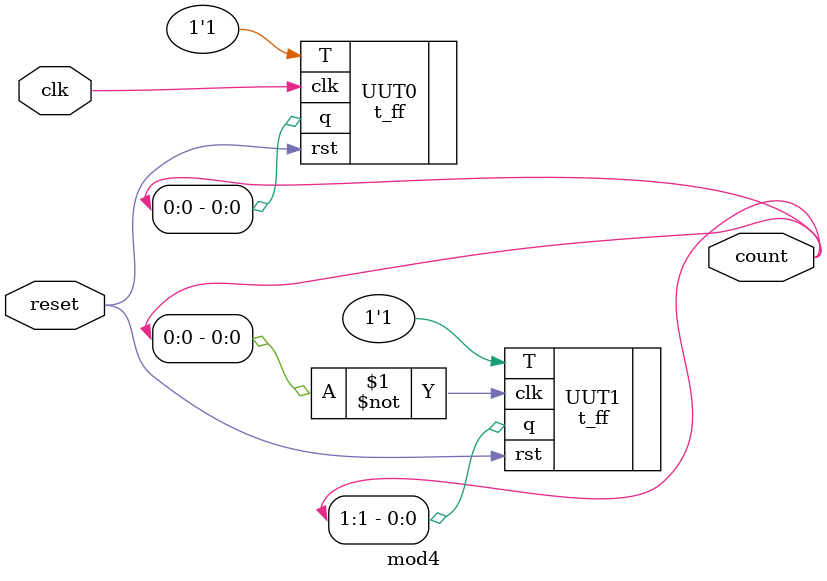
<source format=v>
`include "tff.v"

module mod4(clk,reset,count);
input clk,reset;
output [1:0] count;

t_ff UUT0(.clk(clk),.rst(reset),.T(1'b1),.q(count[0]));
t_ff UUT1(.clk(~count[0]),.rst(reset),.T(1'b1),.q(count[1]));
endmodule
</source>
